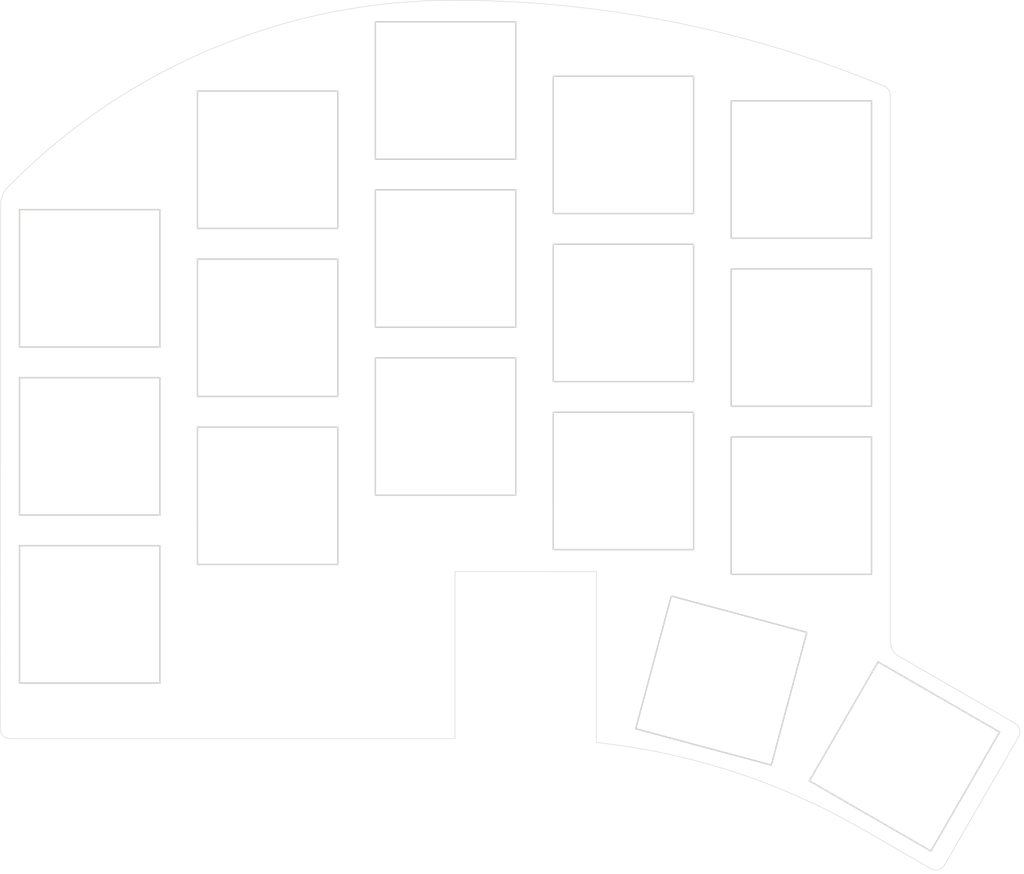
<source format=kicad_pcb>
(kicad_pcb (version 20211014) (generator pcbnew)
  (title_block (title "One Fell Swoop") (date "2021-11-27") (rev "0.3") (company "jmnw"))
  (layers (0 "F.Cu" signal) (31 "B.Cu" signal) (34 "B.Paste" user) (35 "F.Paste" user) (36 "B.SilkS" user "B.Silkscreen") (37 "F.SilkS" user "F.Silkscreen") (38 "B.Mask" user) (39 "F.Mask" user) (44 "Edge.Cuts" user))
  (net 0 "")
  (footprint "jmnw:M2_hole_3.5mm_NPTH" (layer "F.Cu") (at 135.067714 82.371243)
    (fp_text reference "H3" hide)
    (fp_text value "M2 Hole")
    (pad "" np_thru_hole circle (at 0 0) (size 3.5 3.5) (drill 3.5) (layers F&B.Cu *.Mask))
  )
  (footprint "jmnw:Choc_cutout_mid" (layer "F.Cu") (at 108.068715 102.37124)
    (fp_text reference "SW13" hide)
    (fp_text value "Choc cutout" hide)
    (fp_line (start -7.1 -6.95) (end 7.1 -6.95) (layer "Edge.Cuts") (width 0.15))
    (fp_line (start -7.1 6.95) (end -7.1 -6.95) (layer "Edge.Cuts") (width 0.15))
    (fp_line (start 7.1 6.95) (end 7.1 -6.95) (layer "Edge.Cuts") (width 0.15))
    (fp_line (start -7.1 6.95) (end 7.1 6.95) (layer "Edge.Cuts") (width 0.15))
  )
  (footprint "jmnw:M2_hole_3.5mm_NPTH" (layer "F.Cu") (at 81.068712 83.871741)
    (fp_text reference "H1" hide)
    (fp_text value "M2 Hole")
    (pad "" np_thru_hole circle (at 0 0) (size 3.5 3.5) (drill 3.5) (layers F&B.Cu *.Mask))
  )
  (footprint "jmnw:Choc_cutout_mid" (layer "F.Cu") (at 154.505679 135.749861 -30)
    (fp_text reference "SW17" hide)
    (fp_text value "Choc cutout" hide)
    (fp_line (start -7.1 -6.95) (end 7.1 -6.95) (layer "Edge.Cuts") (width 0.15))
    (fp_line (start -7.1 6.95) (end 7.1 6.95) (layer "Edge.Cuts") (width 0.15))
    (fp_line (start -7.1 6.95) (end -7.1 -6.95) (layer "Edge.Cuts") (width 0.15))
    (fp_line (start 7.1 6.95) (end 7.1 -6.95) (layer "Edge.Cuts") (width 0.15))
  )
  (footprint "jmnw:Choc_cutout_mid" (layer "F.Cu") (at 126.067714 90.871239)
    (fp_text reference "SW9" hide)
    (fp_text value "Choc cutout" hide)
    (fp_line (start -7.1 6.95) (end -7.1 -6.95) (layer "Edge.Cuts") (width 0.15))
    (fp_line (start 7.1 6.95) (end 7.1 -6.95) (layer "Edge.Cuts") (width 0.15))
    (fp_line (start -7.1 -6.95) (end 7.1 -6.95) (layer "Edge.Cuts") (width 0.15))
    (fp_line (start -7.1 6.95) (end 7.1 6.95) (layer "Edge.Cuts") (width 0.15))
  )
  (footprint "jmnw:Choc_cutout_mid" (layer "F.Cu") (at 72.068714 121.371741)
    (fp_text reference "SW11" hide)
    (fp_text value "Choc cutout" hide)
    (fp_line (start -7.1 6.95) (end 7.1 6.95) (layer "Edge.Cuts") (width 0.15))
    (fp_line (start -7.1 -6.95) (end 7.1 -6.95) (layer "Edge.Cuts") (width 0.15))
    (fp_line (start 7.1 6.95) (end 7.1 -6.95) (layer "Edge.Cuts") (width 0.15))
    (fp_line (start -7.1 6.95) (end -7.1 -6.95) (layer "Edge.Cuts") (width 0.15))
  )
  (footprint "jmnw:Choc_cutout_mid" (layer "F.Cu") (at 144.068715 93.371244)
    (fp_text reference "SW10" hide)
    (fp_text value "Choc cutout" hide)
    (fp_line (start -7.1 6.95) (end -7.1 -6.95) (layer "Edge.Cuts") (width 0.15))
    (fp_line (start 7.1 6.95) (end 7.1 -6.95) (layer "Edge.Cuts") (width 0.15))
    (fp_line (start -7.1 6.95) (end 7.1 6.95) (layer "Edge.Cuts") (width 0.15))
    (fp_line (start -7.1 -6.95) (end 7.1 -6.95) (layer "Edge.Cuts") (width 0.15))
  )
  (footprint "jmnw:Choc_cutout_mid" (layer "F.Cu") (at 72.068711 104.371738)
    (fp_text reference "SW6" hide)
    (fp_text value "Choc cutout" hide)
    (fp_line (start -7.1 6.95) (end 7.1 6.95) (layer "Edge.Cuts") (width 0.15))
    (fp_line (start -7.1 6.95) (end -7.1 -6.95) (layer "Edge.Cuts") (width 0.15))
    (fp_line (start -7.1 -6.95) (end 7.1 -6.95) (layer "Edge.Cuts") (width 0.15))
    (fp_line (start 7.1 6.95) (end 7.1 -6.95) (layer "Edge.Cuts") (width 0.15))
  )
  (footprint "jmnw:Choc_cutout_mid" (layer "F.Cu") (at 90.068717 109.371743)
    (fp_text reference "SW12" hide)
    (fp_text value "Choc cutout" hide)
    (fp_line (start -7.1 6.95) (end -7.1 -6.95) (layer "Edge.Cuts") (width 0.15))
    (fp_line (start 7.1 6.95) (end 7.1 -6.95) (layer "Edge.Cuts") (width 0.15))
    (fp_line (start -7.1 -6.95) (end 7.1 -6.95) (layer "Edge.Cuts") (width 0.15))
    (fp_line (start -7.1 6.95) (end 7.1 6.95) (layer "Edge.Cuts") (width 0.15))
  )
  (footprint "jmnw:Choc_cutout_mid" (layer "F.Cu") (at 108.068712 68.371242)
    (fp_text reference "SW3" hide)
    (fp_text value "Choc cutout" hide)
    (fp_line (start 7.1 6.95) (end 7.1 -6.95) (layer "Edge.Cuts") (width 0.15))
    (fp_line (start -7.1 6.95) (end 7.1 6.95) (layer "Edge.Cuts") (width 0.15))
    (fp_line (start -7.1 -6.95) (end 7.1 -6.95) (layer "Edge.Cuts") (width 0.15))
    (fp_line (start -7.1 6.95) (end -7.1 -6.95) (layer "Edge.Cuts") (width 0.15))
  )
  (footprint "jmnw:Choc_cutout_mid" (layer "F.Cu") (at 144.068714 76.37124)
    (fp_text reference "SW5" hide)
    (fp_text value "Choc cutout" hide)
    (fp_line (start -7.1 6.95) (end 7.1 6.95) (layer "Edge.Cuts") (width 0.15))
    (fp_line (start -7.1 -6.95) (end 7.1 -6.95) (layer "Edge.Cuts") (width 0.15))
    (fp_line (start -7.1 6.95) (end -7.1 -6.95) (layer "Edge.Cuts") (width 0.15))
    (fp_line (start 7.1 6.95) (end 7.1 -6.95) (layer "Edge.Cuts") (width 0.15))
  )
  (footprint "jmnw:Choc_cutout_mid" (layer "F.Cu") (at 72.06871 87.371742)
    (fp_text reference "SW1" hide)
    (fp_text value "Choc cutout" hide)
    (fp_line (start -7.1 6.95) (end 7.1 6.95) (layer "Edge.Cuts") (width 0.15))
    (fp_line (start -7.1 6.95) (end -7.1 -6.95) (layer "Edge.Cuts") (width 0.15))
    (fp_line (start 7.1 6.95) (end 7.1 -6.95) (layer "Edge.Cuts") (width 0.15))
    (fp_line (start -7.1 -6.95) (end 7.1 -6.95) (layer "Edge.Cuts") (width 0.15))
  )
  (footprint "jmnw:Choc_cutout_mid" (layer "F.Cu") (at 126.067712 107.871242)
    (fp_text reference "SW14" hide)
    (fp_text value "Choc cutout" hide)
    (fp_line (start -7.1 6.95) (end 7.1 6.95) (layer "Edge.Cuts") (width 0.15))
    (fp_line (start -7.1 -6.95) (end 7.1 -6.95) (layer "Edge.Cuts") (width 0.15))
    (fp_line (start -7.1 6.95) (end -7.1 -6.95) (layer "Edge.Cuts") (width 0.15))
    (fp_line (start 7.1 6.95) (end 7.1 -6.95) (layer "Edge.Cuts") (width 0.15))
  )
  (footprint "jmnw:Choc_cutout_mid" (layer "F.Cu") (at 90.068716 92.371737)
    (fp_text reference "SW7" hide)
    (fp_text value "Choc cutout" hide)
    (fp_line (start -7.1 6.95) (end -7.1 -6.95) (layer "Edge.Cuts") (width 0.15))
    (fp_line (start -7.1 -6.95) (end 7.1 -6.95) (layer "Edge.Cuts") (width 0.15))
    (fp_line (start 7.1 6.95) (end 7.1 -6.95) (layer "Edge.Cuts") (width 0.15))
    (fp_line (start -7.1 6.95) (end 7.1 6.95) (layer "Edge.Cuts") (width 0.15))
  )
  (footprint "jmnw:Choc_cutout_mid" (layer "F.Cu") (at 126.067716 73.871244)
    (fp_text reference "SW4" hide)
    (fp_text value "Choc cutout" hide)
    (fp_line (start -7.1 6.95) (end -7.1 -6.95) (layer "Edge.Cuts") (width 0.15))
    (fp_line (start 7.1 6.95) (end 7.1 -6.95) (layer "Edge.Cuts") (width 0.15))
    (fp_line (start -7.1 6.95) (end 7.1 6.95) (layer "Edge.Cuts") (width 0.15))
    (fp_line (start -7.1 -6.95) (end 7.1 -6.95) (layer "Edge.Cuts") (width 0.15))
  )
  (footprint "jmnw:M2_hole_3.5mm_NPTH" (layer "F.Cu") (at 81.068712 112.871739)
    (fp_text reference "H2" hide)
    (fp_text value "M2 Hole")
    (pad "" np_thru_hole circle (at 0 0) (size 3.5 3.5) (drill 3.5) (layers F&B.Cu *.Mask))
  )
  (footprint "jmnw:Choc_cutout_mid" (layer "F.Cu") (at 135.967756 128.070942 -15)
    (fp_text reference "SW16" hide)
    (fp_text value "Choc cutout" hide)
    (fp_line (start -7.1 -6.95) (end 7.1 -6.95) (layer "Edge.Cuts") (width 0.15))
    (fp_line (start 7.1 6.95) (end 7.1 -6.95) (layer "Edge.Cuts") (width 0.15))
    (fp_line (start -7.1 6.95) (end 7.1 6.95) (layer "Edge.Cuts") (width 0.15))
    (fp_line (start -7.1 6.95) (end -7.1 -6.95) (layer "Edge.Cuts") (width 0.15))
  )
  (footprint "jmnw:Choc_cutout_mid" (layer "F.Cu") (at 108.068714 85.371239)
    (fp_text reference "SW8" hide)
    (fp_text value "Choc cutout" hide)
    (fp_line (start 7.1 6.95) (end 7.1 -6.95) (layer "Edge.Cuts") (width 0.15))
    (fp_line (start -7.1 6.95) (end 7.1 6.95) (layer "Edge.Cuts") (width 0.15))
    (fp_line (start -7.1 6.95) (end -7.1 -6.95) (layer "Edge.Cuts") (width 0.15))
    (fp_line (start -7.1 -6.95) (end 7.1 -6.95) (layer "Edge.Cuts") (width 0.15))
  )
  (footprint "jmnw:M2_hole_3.5mm_NPTH" (layer "F.Cu") (at 117.068715 110.871238)
    (fp_text reference "H4" hide)
    (fp_text value "M2 Hole")
    (pad "" np_thru_hole circle (at 0 0) (size 3.5 3.5) (drill 3.5) (layers F&B.Cu *.Mask))
  )
  (footprint "jmnw:M2_hole_3.5mm_NPTH" (layer "F.Cu") (at 149.34987 121.981673)
    (fp_text reference "H4" hide)
    (fp_text value "M2 Hole")
    (pad "" np_thru_hole circle (at 0 0) (size 3.5 3.5) (drill 3.5) (layers F&B.Cu *.Mask))
  )
  (footprint "jmnw:Choc_cutout_mid" (layer "F.Cu") (at 144.068718 110.371239)
    (fp_text reference "SW15" hide)
    (fp_text value "Choc cutout" hide)
    (fp_line (start -7.1 6.95) (end -7.1 -6.95) (layer "Edge.Cuts") (width 0.15))
    (fp_line (start -7.1 6.95) (end 7.1 6.95) (layer "Edge.Cuts") (width 0.15))
    (fp_line (start -7.1 -6.95) (end 7.1 -6.95) (layer "Edge.Cuts") (width 0.15))
    (fp_line (start 7.1 6.95) (end 7.1 -6.95) (layer "Edge.Cuts") (width 0.15))
  )
  (footprint "jmnw:Choc_cutout_mid" (layer "F.Cu") (at 90.068712 75.371742)
    (fp_text reference "SW2" hide)
    (fp_text value "Choc cutout" hide)
    (fp_line (start -7.1 6.95) (end 7.1 6.95) (layer "Edge.Cuts") (width 0.15))
    (fp_line (start -7.1 6.95) (end -7.1 -6.95) (layer "Edge.Cuts") (width 0.15))
    (fp_line (start -7.1 -6.95) (end 7.1 -6.95) (layer "Edge.Cuts") (width 0.15))
    (fp_line (start 7.1 6.95) (end 7.1 -6.95) (layer "Edge.Cuts") (width 0.15))
  )
  (gr_line (start 63.069272 79.872694) (end 63.01514 132.951598) (layer "Edge.Cuts") (width 0.05))
  (gr_line (start 109.027 117.052096) (end 123.322858 117.052495) (layer "Edge.Cuts") (width 0.05))
  (gr_arc (start 63.069272 79.872694) (mid 63.248737 78.955554) (end 63.760713 78.173739) (layer "Edge.Cuts") (width 0.05))
  (gr_arc (start 64.015142 133.951601) (mid 63.308034 133.658706) (end 63.01514 132.951598) (layer "Edge.Cuts") (width 0.05))
  (gr_line (start 153.068213 68.870908) (end 153.068341 124.104714) (layer "Edge.Cuts") (width 0.05))
  (gr_line (start 165.684221 132.388743) (end 153.934626 125.604564) (layer "Edge.Cuts") (width 0.05))
  (gr_line (start 109.027 117.052096) (end 109.027 133.952) (layer "Edge.Cuts") (width 0.05))
  (gr_line (start 109.027 133.952) (end 64.015142 133.951601) (layer "Edge.Cuts") (width 0.05))
  (gr_line (start 157.184299 147.110821) (end 150.256275 143.110923) (layer "Edge.Cuts") (width 0.05))
  (gr_arc (start 165.684221 132.388743) (mid 166.150148 132.995948) (end 166.05025 133.754768) (layer "Edge.Cuts") (width 0.05))
  (gr_arc (start 108.844098 59.236877) (mid 131.0768 61.432294) (end 152.450711 67.933741) (layer "Edge.Cuts") (width 0.05))
  (gr_arc (start 123.322858 134.337399) (mid 137.249028 137.313682) (end 150.256275 143.110923) (layer "Edge.Cuts") (width 0.05))
  (gr_arc (start 152.450711 67.933741) (mid 152.903728 68.307267) (end 153.068213 68.870908) (layer "Edge.Cuts") (width 0.05))
  (gr_arc (start 158.550324 146.744792) (mid 157.943119 147.21072) (end 157.184299 147.110821) (layer "Edge.Cuts") (width 0.05))
  (gr_arc (start 153.934626 125.604564) (mid 153.300542 124.970699) (end 153.068341 124.104714) (layer "Edge.Cuts") (width 0.05))
  (gr_line (start 158.550324 146.744792) (end 166.05025 133.754768) (layer "Edge.Cuts") (width 0.05))
  (gr_line (start 123.322858 117.052495) (end 123.322858 134.337399) (layer "Edge.Cuts") (width 0.05))
  (gr_arc (start 63.760713 78.173739) (mid 84.394584 64.163318) (end 108.844098 59.236877) (layer "Edge.Cuts") (width 0.05))
)
</source>
